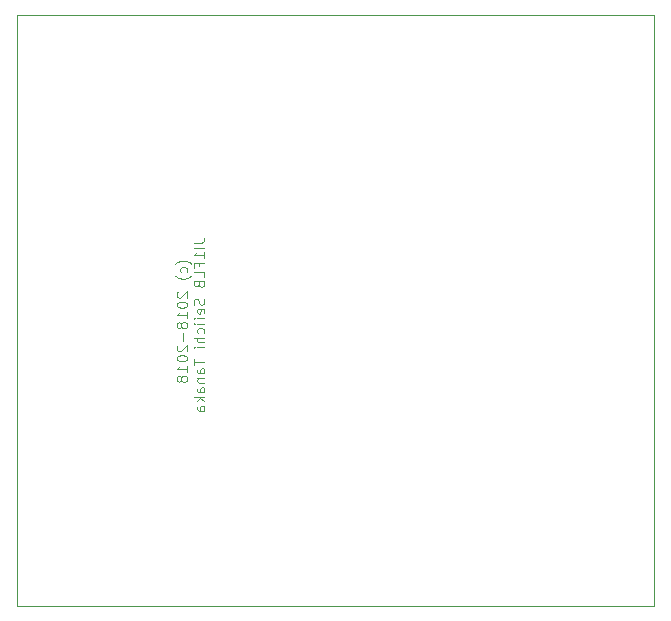
<source format=gbo>
G04 #@! TF.GenerationSoftware,KiCad,Pcbnew,(5.0.0)*
G04 #@! TF.CreationDate,2018-11-08T10:10:24+09:00*
G04 #@! TF.ProjectId,HeadphoneSwitch,4865616470686F6E655377697463682E,rev?*
G04 #@! TF.SameCoordinates,Original*
G04 #@! TF.FileFunction,Legend,Bot*
G04 #@! TF.FilePolarity,Positive*
%FSLAX46Y46*%
G04 Gerber Fmt 4.6, Leading zero omitted, Abs format (unit mm)*
G04 Created by KiCad (PCBNEW (5.0.0)) date 11/08/18 10:10:24*
%MOMM*%
%LPD*%
G01*
G04 APERTURE LIST*
%ADD10C,0.100000*%
G04 APERTURE END LIST*
D10*
X159275000Y-101064285D02*
X159232142Y-101021428D01*
X159103571Y-100935714D01*
X159017857Y-100892857D01*
X158889285Y-100850000D01*
X158675000Y-100807142D01*
X158503571Y-100807142D01*
X158289285Y-100850000D01*
X158160714Y-100892857D01*
X158075000Y-100935714D01*
X157946428Y-101021428D01*
X157903571Y-101064285D01*
X158889285Y-101792857D02*
X158932142Y-101707142D01*
X158932142Y-101535714D01*
X158889285Y-101450000D01*
X158846428Y-101407142D01*
X158760714Y-101364285D01*
X158503571Y-101364285D01*
X158417857Y-101407142D01*
X158375000Y-101450000D01*
X158332142Y-101535714D01*
X158332142Y-101707142D01*
X158375000Y-101792857D01*
X159275000Y-102092857D02*
X159232142Y-102135714D01*
X159103571Y-102221428D01*
X159017857Y-102264285D01*
X158889285Y-102307142D01*
X158675000Y-102350000D01*
X158503571Y-102350000D01*
X158289285Y-102307142D01*
X158160714Y-102264285D01*
X158075000Y-102221428D01*
X157946428Y-102135714D01*
X157903571Y-102092857D01*
X158117857Y-103421428D02*
X158075000Y-103464285D01*
X158032142Y-103550000D01*
X158032142Y-103764285D01*
X158075000Y-103850000D01*
X158117857Y-103892857D01*
X158203571Y-103935714D01*
X158289285Y-103935714D01*
X158417857Y-103892857D01*
X158932142Y-103378571D01*
X158932142Y-103935714D01*
X158032142Y-104492857D02*
X158032142Y-104578571D01*
X158075000Y-104664285D01*
X158117857Y-104707142D01*
X158203571Y-104750000D01*
X158375000Y-104792857D01*
X158589285Y-104792857D01*
X158760714Y-104750000D01*
X158846428Y-104707142D01*
X158889285Y-104664285D01*
X158932142Y-104578571D01*
X158932142Y-104492857D01*
X158889285Y-104407142D01*
X158846428Y-104364285D01*
X158760714Y-104321428D01*
X158589285Y-104278571D01*
X158375000Y-104278571D01*
X158203571Y-104321428D01*
X158117857Y-104364285D01*
X158075000Y-104407142D01*
X158032142Y-104492857D01*
X158932142Y-105650000D02*
X158932142Y-105135714D01*
X158932142Y-105392857D02*
X158032142Y-105392857D01*
X158160714Y-105307142D01*
X158246428Y-105221428D01*
X158289285Y-105135714D01*
X158417857Y-106164285D02*
X158375000Y-106078571D01*
X158332142Y-106035714D01*
X158246428Y-105992857D01*
X158203571Y-105992857D01*
X158117857Y-106035714D01*
X158075000Y-106078571D01*
X158032142Y-106164285D01*
X158032142Y-106335714D01*
X158075000Y-106421428D01*
X158117857Y-106464285D01*
X158203571Y-106507142D01*
X158246428Y-106507142D01*
X158332142Y-106464285D01*
X158375000Y-106421428D01*
X158417857Y-106335714D01*
X158417857Y-106164285D01*
X158460714Y-106078571D01*
X158503571Y-106035714D01*
X158589285Y-105992857D01*
X158760714Y-105992857D01*
X158846428Y-106035714D01*
X158889285Y-106078571D01*
X158932142Y-106164285D01*
X158932142Y-106335714D01*
X158889285Y-106421428D01*
X158846428Y-106464285D01*
X158760714Y-106507142D01*
X158589285Y-106507142D01*
X158503571Y-106464285D01*
X158460714Y-106421428D01*
X158417857Y-106335714D01*
X158589285Y-106892857D02*
X158589285Y-107578571D01*
X158117857Y-107964285D02*
X158075000Y-108007142D01*
X158032142Y-108092857D01*
X158032142Y-108307142D01*
X158075000Y-108392857D01*
X158117857Y-108435714D01*
X158203571Y-108478571D01*
X158289285Y-108478571D01*
X158417857Y-108435714D01*
X158932142Y-107921428D01*
X158932142Y-108478571D01*
X158032142Y-109035714D02*
X158032142Y-109121428D01*
X158075000Y-109207142D01*
X158117857Y-109250000D01*
X158203571Y-109292857D01*
X158375000Y-109335714D01*
X158589285Y-109335714D01*
X158760714Y-109292857D01*
X158846428Y-109250000D01*
X158889285Y-109207142D01*
X158932142Y-109121428D01*
X158932142Y-109035714D01*
X158889285Y-108950000D01*
X158846428Y-108907142D01*
X158760714Y-108864285D01*
X158589285Y-108821428D01*
X158375000Y-108821428D01*
X158203571Y-108864285D01*
X158117857Y-108907142D01*
X158075000Y-108950000D01*
X158032142Y-109035714D01*
X158932142Y-110192857D02*
X158932142Y-109678571D01*
X158932142Y-109935714D02*
X158032142Y-109935714D01*
X158160714Y-109850000D01*
X158246428Y-109764285D01*
X158289285Y-109678571D01*
X158417857Y-110707142D02*
X158375000Y-110621428D01*
X158332142Y-110578571D01*
X158246428Y-110535714D01*
X158203571Y-110535714D01*
X158117857Y-110578571D01*
X158075000Y-110621428D01*
X158032142Y-110707142D01*
X158032142Y-110878571D01*
X158075000Y-110964285D01*
X158117857Y-111007142D01*
X158203571Y-111050000D01*
X158246428Y-111050000D01*
X158332142Y-111007142D01*
X158375000Y-110964285D01*
X158417857Y-110878571D01*
X158417857Y-110707142D01*
X158460714Y-110621428D01*
X158503571Y-110578571D01*
X158589285Y-110535714D01*
X158760714Y-110535714D01*
X158846428Y-110578571D01*
X158889285Y-110621428D01*
X158932142Y-110707142D01*
X158932142Y-110878571D01*
X158889285Y-110964285D01*
X158846428Y-111007142D01*
X158760714Y-111050000D01*
X158589285Y-111050000D01*
X158503571Y-111007142D01*
X158460714Y-110964285D01*
X158417857Y-110878571D01*
X159482142Y-99264285D02*
X160125000Y-99264285D01*
X160253571Y-99221428D01*
X160339285Y-99135714D01*
X160382142Y-99007142D01*
X160382142Y-98921428D01*
X160382142Y-99692857D02*
X159482142Y-99692857D01*
X160382142Y-100592857D02*
X160382142Y-100078571D01*
X160382142Y-100335714D02*
X159482142Y-100335714D01*
X159610714Y-100250000D01*
X159696428Y-100164285D01*
X159739285Y-100078571D01*
X159910714Y-101278571D02*
X159910714Y-100978571D01*
X160382142Y-100978571D02*
X159482142Y-100978571D01*
X159482142Y-101407142D01*
X160382142Y-102178571D02*
X160382142Y-101750000D01*
X159482142Y-101750000D01*
X159910714Y-102778571D02*
X159953571Y-102907142D01*
X159996428Y-102950000D01*
X160082142Y-102992857D01*
X160210714Y-102992857D01*
X160296428Y-102950000D01*
X160339285Y-102907142D01*
X160382142Y-102821428D01*
X160382142Y-102478571D01*
X159482142Y-102478571D01*
X159482142Y-102778571D01*
X159525000Y-102864285D01*
X159567857Y-102907142D01*
X159653571Y-102950000D01*
X159739285Y-102950000D01*
X159825000Y-102907142D01*
X159867857Y-102864285D01*
X159910714Y-102778571D01*
X159910714Y-102478571D01*
X160339285Y-104021428D02*
X160382142Y-104150000D01*
X160382142Y-104364285D01*
X160339285Y-104450000D01*
X160296428Y-104492857D01*
X160210714Y-104535714D01*
X160125000Y-104535714D01*
X160039285Y-104492857D01*
X159996428Y-104450000D01*
X159953571Y-104364285D01*
X159910714Y-104192857D01*
X159867857Y-104107142D01*
X159825000Y-104064285D01*
X159739285Y-104021428D01*
X159653571Y-104021428D01*
X159567857Y-104064285D01*
X159525000Y-104107142D01*
X159482142Y-104192857D01*
X159482142Y-104407142D01*
X159525000Y-104535714D01*
X160339285Y-105264285D02*
X160382142Y-105178571D01*
X160382142Y-105007142D01*
X160339285Y-104921428D01*
X160253571Y-104878571D01*
X159910714Y-104878571D01*
X159825000Y-104921428D01*
X159782142Y-105007142D01*
X159782142Y-105178571D01*
X159825000Y-105264285D01*
X159910714Y-105307142D01*
X159996428Y-105307142D01*
X160082142Y-104878571D01*
X160382142Y-105692857D02*
X159782142Y-105692857D01*
X159482142Y-105692857D02*
X159525000Y-105650000D01*
X159567857Y-105692857D01*
X159525000Y-105735714D01*
X159482142Y-105692857D01*
X159567857Y-105692857D01*
X160382142Y-106121428D02*
X159782142Y-106121428D01*
X159482142Y-106121428D02*
X159525000Y-106078571D01*
X159567857Y-106121428D01*
X159525000Y-106164285D01*
X159482142Y-106121428D01*
X159567857Y-106121428D01*
X160339285Y-106935714D02*
X160382142Y-106850000D01*
X160382142Y-106678571D01*
X160339285Y-106592857D01*
X160296428Y-106550000D01*
X160210714Y-106507142D01*
X159953571Y-106507142D01*
X159867857Y-106550000D01*
X159825000Y-106592857D01*
X159782142Y-106678571D01*
X159782142Y-106850000D01*
X159825000Y-106935714D01*
X160382142Y-107321428D02*
X159482142Y-107321428D01*
X160382142Y-107707142D02*
X159910714Y-107707142D01*
X159825000Y-107664285D01*
X159782142Y-107578571D01*
X159782142Y-107450000D01*
X159825000Y-107364285D01*
X159867857Y-107321428D01*
X160382142Y-108135714D02*
X159782142Y-108135714D01*
X159482142Y-108135714D02*
X159525000Y-108092857D01*
X159567857Y-108135714D01*
X159525000Y-108178571D01*
X159482142Y-108135714D01*
X159567857Y-108135714D01*
X159482142Y-109121428D02*
X159482142Y-109635714D01*
X160382142Y-109378571D02*
X159482142Y-109378571D01*
X160382142Y-110321428D02*
X159910714Y-110321428D01*
X159825000Y-110278571D01*
X159782142Y-110192857D01*
X159782142Y-110021428D01*
X159825000Y-109935714D01*
X160339285Y-110321428D02*
X160382142Y-110235714D01*
X160382142Y-110021428D01*
X160339285Y-109935714D01*
X160253571Y-109892857D01*
X160167857Y-109892857D01*
X160082142Y-109935714D01*
X160039285Y-110021428D01*
X160039285Y-110235714D01*
X159996428Y-110321428D01*
X159782142Y-110750000D02*
X160382142Y-110750000D01*
X159867857Y-110750000D02*
X159825000Y-110792857D01*
X159782142Y-110878571D01*
X159782142Y-111007142D01*
X159825000Y-111092857D01*
X159910714Y-111135714D01*
X160382142Y-111135714D01*
X160382142Y-111950000D02*
X159910714Y-111950000D01*
X159825000Y-111907142D01*
X159782142Y-111821428D01*
X159782142Y-111650000D01*
X159825000Y-111564285D01*
X160339285Y-111950000D02*
X160382142Y-111864285D01*
X160382142Y-111650000D01*
X160339285Y-111564285D01*
X160253571Y-111521428D01*
X160167857Y-111521428D01*
X160082142Y-111564285D01*
X160039285Y-111650000D01*
X160039285Y-111864285D01*
X159996428Y-111950000D01*
X160382142Y-112378571D02*
X159482142Y-112378571D01*
X160039285Y-112464285D02*
X160382142Y-112721428D01*
X159782142Y-112721428D02*
X160125000Y-112378571D01*
X160382142Y-113492857D02*
X159910714Y-113492857D01*
X159825000Y-113450000D01*
X159782142Y-113364285D01*
X159782142Y-113192857D01*
X159825000Y-113107142D01*
X160339285Y-113492857D02*
X160382142Y-113407142D01*
X160382142Y-113192857D01*
X160339285Y-113107142D01*
X160253571Y-113064285D01*
X160167857Y-113064285D01*
X160082142Y-113107142D01*
X160039285Y-113192857D01*
X160039285Y-113407142D01*
X159996428Y-113492857D01*
G04 #@! TO.C,U1*
X144475100Y-80003600D02*
X144475100Y-130003600D01*
X198475100Y-80003600D02*
X144475100Y-80003600D01*
X198475100Y-130003600D02*
X198475100Y-80003600D01*
X144475100Y-130003600D02*
X198475100Y-130003600D01*
G04 #@! TD*
M02*

</source>
